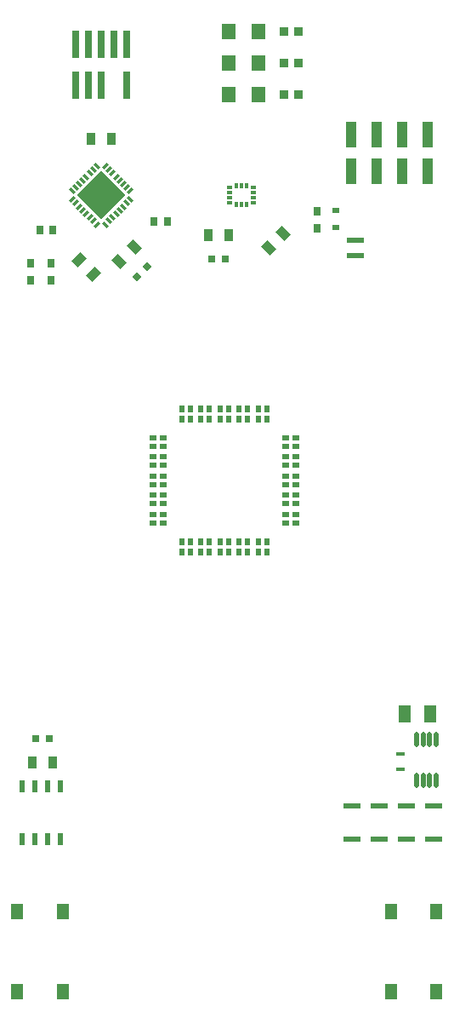
<source format=gbr>
%TF.GenerationSoftware,Altium Limited,Altium Designer,20.2.8 (258)*%
G04 Layer_Color=8421504*
%FSLAX26Y26*%
%MOIN*%
%TF.SameCoordinates,5803725C-7DB8-4FA7-A0CF-86E37554034E*%
%TF.FilePolarity,Positive*%
%TF.FileFunction,Paste,Top*%
%TF.Part,Single*%
G01*
G75*
%TA.AperFunction,SMDPad,CuDef*%
%ADD10R,0.051181X0.061024*%
%ADD11R,0.031496X0.035433*%
G04:AMPARAMS|DCode=14|XSize=37.646mil|YSize=47.488mil|CornerRadius=0mil|HoleSize=0mil|Usage=FLASHONLY|Rotation=225.000|XOffset=0mil|YOffset=0mil|HoleType=Round|Shape=Rectangle|*
%AMROTATEDRECTD14*
4,1,4,-0.003480,0.030099,0.030099,-0.003480,0.003480,-0.030099,-0.030099,0.003480,-0.003480,0.030099,0.0*
%
%ADD14ROTATEDRECTD14*%

%ADD17R,0.029134X0.109843*%
G04:AMPARAMS|DCode=18|XSize=37.646mil|YSize=47.488mil|CornerRadius=0mil|HoleSize=0mil|Usage=FLASHONLY|Rotation=135.000|XOffset=0mil|YOffset=0mil|HoleType=Round|Shape=Rectangle|*
%AMROTATEDRECTD18*
4,1,4,0.030099,0.003480,-0.003480,-0.030099,-0.030099,-0.003480,0.003480,0.030099,0.030099,0.003480,0.0*
%
%ADD18ROTATEDRECTD18*%

%ADD19R,0.037646X0.047488*%
%ADD20P,0.038974X4X270.0*%
G04:AMPARAMS|DCode=21|XSize=11.811mil|YSize=23.622mil|CornerRadius=0mil|HoleSize=0mil|Usage=FLASHONLY|Rotation=135.000|XOffset=0mil|YOffset=0mil|HoleType=Round|Shape=Rectangle|*
%AMROTATEDRECTD21*
4,1,4,0.012527,0.004176,-0.004176,-0.012527,-0.012527,-0.004176,0.004176,0.012527,0.012527,0.004176,0.0*
%
%ADD21ROTATEDRECTD21*%

G04:AMPARAMS|DCode=22|XSize=23.622mil|YSize=11.811mil|CornerRadius=0mil|HoleSize=0mil|Usage=FLASHONLY|Rotation=135.000|XOffset=0mil|YOffset=0mil|HoleType=Round|Shape=Rectangle|*
%AMROTATEDRECTD22*
4,1,4,0.012527,-0.004176,0.004176,-0.012527,-0.012527,0.004176,-0.004176,0.012527,0.012527,-0.004176,0.0*
%
%ADD22ROTATEDRECTD22*%

%ADD23P,0.192088X4X180.0*%
%ADD24R,0.031496X0.023622*%
%ADD25R,0.029528X0.033465*%
%ADD26R,0.066929X0.019685*%
%ADD27R,0.070866X0.019685*%
%ADD28R,0.055118X0.059055*%
%ADD29R,0.037402X0.037402*%
%ADD30R,0.039370X0.098425*%
%ADD31R,0.027559X0.027559*%
G04:AMPARAMS|DCode=32|XSize=21.654mil|YSize=49.213mil|CornerRadius=1.949mil|HoleSize=0mil|Usage=FLASHONLY|Rotation=0.000|XOffset=0mil|YOffset=0mil|HoleType=Round|Shape=RoundedRectangle|*
%AMROUNDEDRECTD32*
21,1,0.021654,0.045315,0,0,0.0*
21,1,0.017756,0.049213,0,0,0.0*
1,1,0.003898,0.008878,-0.022657*
1,1,0.003898,-0.008878,-0.022657*
1,1,0.003898,-0.008878,0.022657*
1,1,0.003898,0.008878,0.022657*
%
%ADD32ROUNDEDRECTD32*%
%ADD33O,0.017716X0.059055*%
%ADD34R,0.045276X0.066929*%
%ADD35R,0.033465X0.017716*%
%ADD36R,0.070866X0.021654*%
%TA.AperFunction,NonConductor*%
%ADD72R,0.028346X0.022835*%
%ADD73R,0.028346X0.022835*%
%ADD74R,0.028346X0.022835*%
%ADD75R,0.028346X0.022835*%
%ADD76R,0.022835X0.028346*%
%ADD77R,0.022835X0.028346*%
%ADD78R,0.022835X0.028346*%
%ADD79R,0.022835X0.028346*%
%ADD80R,0.011977X0.020835*%
%ADD81R,0.011977X0.020835*%
%ADD82R,0.020835X0.011977*%
%ADD83R,0.020835X0.011977*%
D10*
X1408583Y1476496D02*
D03*
Y1163504D02*
D03*
X1231417Y1476496D02*
D03*
Y1163504D02*
D03*
X2696417D02*
D03*
Y1476496D02*
D03*
X2873583Y1163504D02*
D03*
Y1476496D02*
D03*
D11*
X1283835Y4013465D02*
D03*
Y3946535D02*
D03*
X1365000Y4013465D02*
D03*
Y3946535D02*
D03*
X2407699Y4218465D02*
D03*
Y4151535D02*
D03*
D14*
X2216465Y4074611D02*
D03*
X2273535Y4131681D02*
D03*
X1631465Y4021942D02*
D03*
X1688535Y4079011D02*
D03*
D17*
X1660000Y4870118D02*
D03*
X1610000D02*
D03*
X1560000D02*
D03*
X1510000D02*
D03*
X1460000D02*
D03*
X1660000Y4709882D02*
D03*
X1560000D02*
D03*
X1510000D02*
D03*
X1460000D02*
D03*
D18*
X1473949Y4029011D02*
D03*
X1531019Y3971942D02*
D03*
D19*
X1600354Y4500000D02*
D03*
X1519646D02*
D03*
X2060354Y4125000D02*
D03*
X1979646D02*
D03*
X1370000Y2060000D02*
D03*
X1289291D02*
D03*
D20*
X1701025Y3960513D02*
D03*
X1740000Y3999487D02*
D03*
D21*
X1576703Y4394139D02*
D03*
X1590623Y4380220D02*
D03*
X1604542Y4366301D02*
D03*
X1618462Y4352381D02*
D03*
X1632381Y4338462D02*
D03*
X1646301Y4324542D02*
D03*
X1660220Y4310623D02*
D03*
X1674139Y4296703D02*
D03*
X1543297Y4165861D02*
D03*
X1529377Y4179780D02*
D03*
X1515458Y4193699D02*
D03*
X1501538Y4207619D02*
D03*
X1487619Y4221538D02*
D03*
X1473699Y4235458D02*
D03*
X1459780Y4249377D02*
D03*
X1445861Y4263297D02*
D03*
D22*
Y4296703D02*
D03*
X1459780Y4310623D02*
D03*
X1473699Y4324542D02*
D03*
X1487619Y4338462D02*
D03*
X1501538Y4352381D02*
D03*
X1515458Y4366301D02*
D03*
X1529377Y4380220D02*
D03*
X1543297Y4394139D02*
D03*
X1674139Y4263297D02*
D03*
X1660220Y4249377D02*
D03*
X1646301Y4235458D02*
D03*
X1632381Y4221538D02*
D03*
X1618462Y4207619D02*
D03*
X1604542Y4193699D02*
D03*
X1590623Y4179780D02*
D03*
X1576703Y4165861D02*
D03*
D23*
X1560000Y4280000D02*
D03*
D24*
X2480990Y4155000D02*
D03*
Y4221929D02*
D03*
D25*
X1819333Y4177134D02*
D03*
X1768152D02*
D03*
X1370639Y4145000D02*
D03*
X1319458D02*
D03*
D26*
X2556024Y4104528D02*
D03*
D27*
X2557992Y4045472D02*
D03*
D28*
X2178110Y4675000D02*
D03*
X2060000D02*
D03*
X2178110Y4797500D02*
D03*
X2060000D02*
D03*
X2178110Y4920000D02*
D03*
X2060000D02*
D03*
D29*
X2333543Y4675000D02*
D03*
X2276457D02*
D03*
X2333543Y4797500D02*
D03*
X2276457D02*
D03*
X2333543Y4920000D02*
D03*
X2276457D02*
D03*
D30*
X2640000Y4372874D02*
D03*
Y4518543D02*
D03*
X2540000Y4372874D02*
D03*
Y4518543D02*
D03*
X2740000D02*
D03*
X2840000D02*
D03*
X2740000Y4372874D02*
D03*
X2840000D02*
D03*
D31*
X2047559Y4030000D02*
D03*
X1992441D02*
D03*
X1357559Y2155000D02*
D03*
X1302441D02*
D03*
D32*
X1250000Y1761654D02*
D03*
X1300000D02*
D03*
X1350000D02*
D03*
X1400000D02*
D03*
X1250000Y1968347D02*
D03*
X1300000D02*
D03*
X1350000D02*
D03*
X1400000D02*
D03*
D33*
X2873386Y2149724D02*
D03*
X2847795D02*
D03*
X2822205D02*
D03*
X2796614D02*
D03*
X2873386Y1990276D02*
D03*
X2847795D02*
D03*
X2822205D02*
D03*
X2796614D02*
D03*
D34*
X2748819Y2250000D02*
D03*
X2851181D02*
D03*
D35*
X2734439Y2035473D02*
D03*
Y2094528D02*
D03*
D36*
X2545000Y1890000D02*
D03*
Y1762047D02*
D03*
X2651667Y1890000D02*
D03*
Y1762047D02*
D03*
X2758333Y1890000D02*
D03*
Y1762047D02*
D03*
X2865000Y1890000D02*
D03*
Y1762047D02*
D03*
D72*
X2322185Y2998819D02*
D03*
Y3032283D02*
D03*
Y3073622D02*
D03*
Y3298031D02*
D03*
Y3331496D02*
D03*
X1763130Y3331496D02*
D03*
Y3298032D02*
D03*
Y3256693D02*
D03*
Y2998819D02*
D03*
Y3032284D02*
D03*
Y3148425D02*
D03*
Y3181890D02*
D03*
X2322185Y3181890D02*
D03*
Y3148425D02*
D03*
D73*
X2282815Y2998819D02*
D03*
Y3032284D02*
D03*
Y3073622D02*
D03*
Y3298032D02*
D03*
Y3331496D02*
D03*
X1802500D02*
D03*
Y3298032D02*
D03*
Y3256693D02*
D03*
Y2998819D02*
D03*
Y3032284D02*
D03*
X1802500Y3148425D02*
D03*
Y3181890D02*
D03*
X2282815D02*
D03*
Y3148425D02*
D03*
D74*
X2322185Y3107087D02*
D03*
Y3223228D02*
D03*
Y3256693D02*
D03*
X1763130Y3223228D02*
D03*
Y3107087D02*
D03*
Y3073622D02*
D03*
D75*
X2282815Y3107087D02*
D03*
X2282815Y3223228D02*
D03*
Y3256693D02*
D03*
X1802500Y3223228D02*
D03*
X1802500Y3107087D02*
D03*
Y3073622D02*
D03*
D76*
X2208996Y3444685D02*
D03*
X2175532D02*
D03*
X1909784D02*
D03*
X1876319D02*
D03*
X1876319Y2885630D02*
D03*
X1909784D02*
D03*
X2175532D02*
D03*
X2208996D02*
D03*
X2134193D02*
D03*
X2100709D02*
D03*
X2100709Y3444685D02*
D03*
X1984607Y2885630D02*
D03*
X1984606Y3444685D02*
D03*
X2025925D02*
D03*
X2025925Y2885630D02*
D03*
X2059390D02*
D03*
X2059390Y3444685D02*
D03*
D77*
X2208996Y3405315D02*
D03*
X2175532D02*
D03*
X1909784D02*
D03*
X1876319D02*
D03*
Y2925000D02*
D03*
X1909784D02*
D03*
X2175532D02*
D03*
X2208996D02*
D03*
X2134193D02*
D03*
X2100709D02*
D03*
Y3405315D02*
D03*
X1984607Y2925000D02*
D03*
Y3405315D02*
D03*
X2025925Y3405315D02*
D03*
Y2925000D02*
D03*
X2059390D02*
D03*
Y3405315D02*
D03*
D78*
X2134173Y3444685D02*
D03*
X1951142D02*
D03*
Y2885630D02*
D03*
D79*
X2134173Y3405315D02*
D03*
X1951142Y3405315D02*
D03*
Y2925000D02*
D03*
D80*
X2090315Y4315925D02*
D03*
X2129685D02*
D03*
Y4244075D02*
D03*
X2090315D02*
D03*
D81*
X2110000Y4315925D02*
D03*
Y4244074D02*
D03*
D82*
X2155768Y4309528D02*
D03*
Y4250472D02*
D03*
X2064232D02*
D03*
Y4309528D02*
D03*
D83*
X2155768Y4289842D02*
D03*
Y4270157D02*
D03*
X2064233D02*
D03*
Y4289842D02*
D03*
%TF.MD5,f031539595188c61ec90e73f34eaa9fd*%
M02*

</source>
